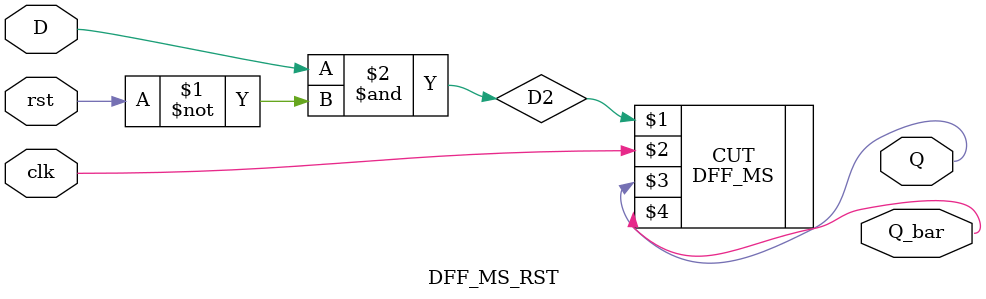
<source format=v>
`timescale 1ns/1ns
module DFF_MS_RST(input D, clk, rst, output Q,Q_bar);
	wire D2;
	assign D2 = D & ~rst;

	DFF_MS CUT(D2, clk, Q, Q_bar);
endmodule
</source>
